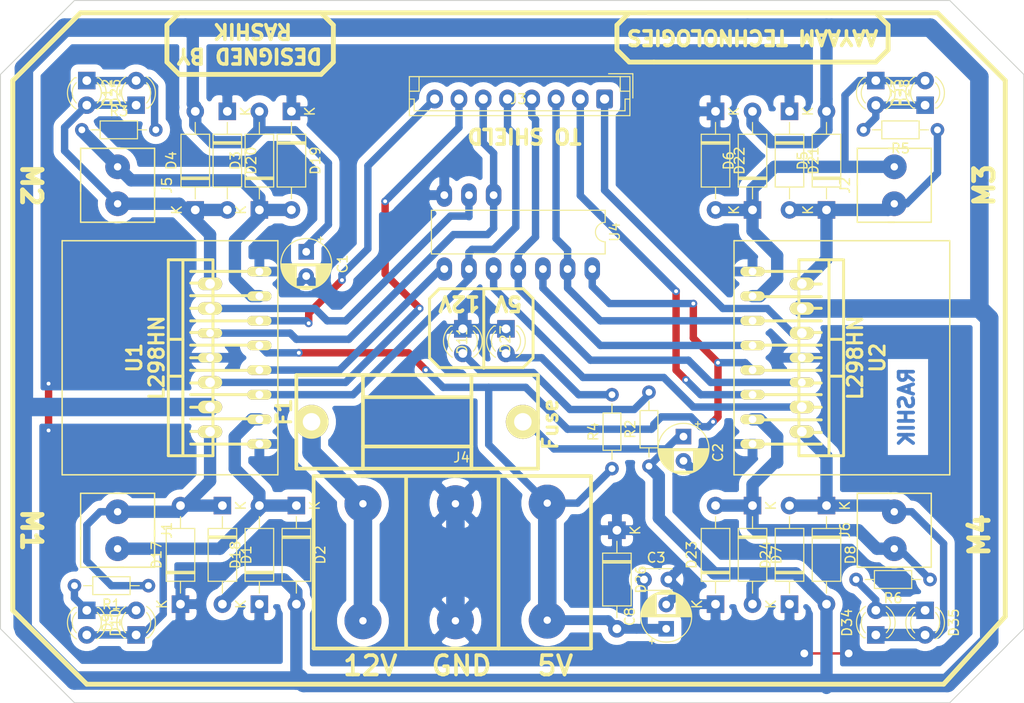
<source format=kicad_pcb>
(kicad_pcb (version 20171130) (host pcbnew 5.1.2-f72e74a~80~ubuntu18.04.1)
  (layers (0 F.Cu signal) (31 B.Cu signal) (34 B.Paste user) (35 F.Paste user) (36 B.SilkS user) (37 F.SilkS user) (38 B.Mask user) (39 F.Mask user) (44 Edge.Cuts user))
  (net 0 "")
  (net 1 +12V)
  (net 2 GND)
  (net 3 +5V)
  (net 4 "Net-(D1-Pad1)")
  (net 5 "Net-(D10-Pad2)")
  (net 6 "Net-(D19-Pad2)")
  (net 7 "Net-(D12-Pad1)")
  (net 8 "Net-(D21-Pad2)")
  (net 9 "Net-(D22-Pad2)")
  (net 10 "Net-(D23-Pad2)")
  (net 11 "Net-(D24-Pad2)")
  (net 12 "Net-(D10-Pad1)")
  (net 13 "Net-(D11-Pad2)")
  (net 14 "Net-(D12-Pad2)")
  (net 15 "Net-(D27-Pad2)")
  (net 16 "Net-(D28-Pad2)")
  (net 17 "Net-(D34-Pad2)")
  (net 18 "Net-(F1-Pad2)")
  (net 19 M2-PWM)
  (net 20 "Net-(U1-Pad7)")
  (net 21 M1-IN)
  (net 22 "Net-(U1-Pad12)")
  (net 23 M2-IN)
  (net 24 M1-PWM)
  (net 25 M3-PWM)
  (net 26 M4-IN)
  (net 27 "Net-(U2-Pad12)")
  (net 28 M3-IN)
  (net 29 "Net-(U2-Pad7)")
  (net 30 M4-PWM)
  (module rashik:Screw_Terminal_3_Pin (layer F.Cu) (at 119.38 114.935)
    (fp_text reference J4 (at 0.508 -10.668) (layer F.SilkS))
    (fp_text value "Solar Conn")
    (pad 1 thru_hole circle (at -9.652 -5.9055) (size 3.81 3.81) (drill 0.762) (layers *.Cu *.Mask) (net 18 "Net-(F1-Pad2)"))
    (pad 1 thru_hole circle (at -9.652 6.1595) (size 3.81 3.81) (drill 0.762) (layers *.Cu *.Mask) (net 18 "Net-(F1-Pad2)"))
    (pad 2 thru_hole circle (at -0.127 6.1595) (size 3.81 3.81) (drill 0.762) (layers *.Cu *.Mask) (net 2 GND))
    (pad 2 thru_hole circle (at -0.127 -5.9055) (size 3.81 3.81) (drill 0.762) (layers *.Cu *.Mask) (net 2 GND))
    (pad 3 thru_hole circle (at 9.3345 6.096) (size 3.81 3.81) (drill 0.762) (layers *.Cu *.Mask) (net 3 +5V))
    (pad 3 thru_hole circle (at 9.3345 -5.969) (size 3.81 3.81) (drill 0.762) (layers *.Cu *.Mask) (net 3 +5V))
  )
  (module Package_DIP:DIP-14_W7.62mm_LongPads (layer F.Cu) (at 133.35 77.216 270)
    (fp_text reference U4 (at 3.81 -2.33 270) (layer F.SilkS))
    (fp_text value 74HC04)
    (pad 8 thru_hole oval (at 7.62 15.24 270) (size 2.4 1.6) (drill 0.8) (layers *.Cu *.Mask) (net 20 "Net-(U1-Pad7)"))
    (pad 9 thru_hole oval (at 7.62 12.7 270) (size 2.4 1.6) (drill 0.8) (layers *.Cu *.Mask) (net 21 M1-IN))
    (pad 10 thru_hole oval (at 7.62 10.16 270) (size 2.4 1.6) (drill 0.8) (layers *.Cu *.Mask) (net 27 "Net-(U2-Pad12)"))
    (pad 11 thru_hole oval (at 7.62 7.62 270) (size 2.4 1.6) (drill 0.8) (layers *.Cu *.Mask) (net 26 M4-IN))
    (pad 5 thru_hole oval (at 0 10.16 270) (size 2.4 1.6) (drill 0.8) (layers *.Cu *.Mask) (net 23 M2-IN))
    (pad 12 thru_hole oval (at 7.62 5.08 270) (size 2.4 1.6) (drill 0.8) (layers *.Cu *.Mask) (net 29 "Net-(U2-Pad7)"))
    (pad 6 thru_hole oval (at 0 12.7 270) (size 2.4 1.6) (drill 0.8) (layers *.Cu *.Mask) (net 22 "Net-(U1-Pad12)"))
    (pad 13 thru_hole oval (at 7.62 2.54 270) (size 2.4 1.6) (drill 0.8) (layers *.Cu *.Mask) (net 28 M3-IN))
    (pad 7 thru_hole oval (at 0 15.24 270) (size 2.4 1.6) (drill 0.8) (layers *.Cu *.Mask) (net 2 GND))
    (pad 14 thru_hole oval (at 7.62 0 270) (size 2.4 1.6) (drill 0.8) (layers *.Cu *.Mask) (net 3 +5V))
  )
  (module Capacitor_THT:CP_Radial_D5.0mm_P2.50mm (layer F.Cu) (at 103.886 83.058 270)
    (fp_text reference C1 (at 1.25 -3.75 90) (layer F.SilkS))
    (fp_text value CP1)
    (pad 1 thru_hole rect (at 0 0 270) (size 1.6 1.6) (drill 0.8) (layers *.Cu *.Mask) (net 1 +12V))
    (pad 2 thru_hole circle (at 2.5 0 270) (size 1.6 1.6) (drill 0.8) (layers *.Cu *.Mask) (net 2 GND))
  )
  (module Capacitor_THT:CP_Radial_D5.0mm_P2.50mm (layer F.Cu) (at 142.748 102.108 270)
    (fp_text reference C2 (at 1.651 -3.556 90) (layer F.SilkS))
    (fp_text value CP1)
    (pad 2 thru_hole circle (at 2.5 0 270) (size 1.6 1.6) (drill 0.8) (layers *.Cu *.Mask) (net 2 GND))
    (pad 1 thru_hole rect (at 0 0 270) (size 1.6 1.6) (drill 0.8) (layers *.Cu *.Mask) (net 1 +12V))
  )
  (module Capacitor_THT:C_Disc_D3.0mm_W2.0mm_P2.50mm (layer F.Cu) (at 138.684 116.84)
    (fp_text reference C3 (at 1.25 -2.25) (layer F.SilkS))
    (fp_text value C)
    (pad 2 thru_hole circle (at 2.5 0) (size 1.6 1.6) (drill 0.8) (layers *.Cu *.Mask) (net 2 GND))
    (pad 1 thru_hole circle (at 0 0) (size 1.6 1.6) (drill 0.8) (layers *.Cu *.Mask) (net 3 +5V))
  )
  (module Capacitor_THT:CP_Radial_D5.0mm_P2.50mm (layer F.Cu) (at 140.97 121.92 90)
    (fp_text reference C8 (at 1.25 -3.75 90) (layer F.SilkS))
    (fp_text value 100uF)
    (pad 1 thru_hole rect (at 0 0 90) (size 1.6 1.6) (drill 0.8) (layers *.Cu *.Mask) (net 3 +5V))
    (pad 2 thru_hole circle (at 2.5 0 90) (size 1.6 1.6) (drill 0.8) (layers *.Cu *.Mask) (net 2 GND))
  )
  (module Diode_THT:D_A-405_P10.16mm_Horizontal (layer F.Cu) (at 95.25 109.22 270)
    (fp_text reference D1 (at 5.08 -2.47 90) (layer F.SilkS))
    (fp_text value DIODE)
    (fp_text user K (at 0 -1.9 90) (layer F.SilkS))
    (pad 1 thru_hole rect (at 0 0 270) (size 1.8 1.8) (drill 0.9) (layers *.Cu *.Mask) (net 4 "Net-(D1-Pad1)"))
    (pad 2 thru_hole oval (at 10.16 0 270) (size 1.8 1.8) (drill 0.9) (layers *.Cu *.Mask) (net 1 +12V))
  )
  (module Diode_THT:D_A-405_P10.16mm_Horizontal (layer F.Cu) (at 102.87 109.22 270)
    (fp_text reference D2 (at 5.08 -2.47 90) (layer F.SilkS))
    (fp_text value DIODE)
    (fp_text user K (at 0 -1.9 90) (layer F.SilkS))
    (pad 1 thru_hole rect (at 0 0 270) (size 1.8 1.8) (drill 0.9) (layers *.Cu *.Mask) (net 5 "Net-(D10-Pad2)"))
    (pad 2 thru_hole oval (at 10.16 0 270) (size 1.8 1.8) (drill 0.9) (layers *.Cu *.Mask) (net 1 +12V))
  )
  (module Diode_THT:D_A-405_P10.16mm_Horizontal (layer F.Cu) (at 99.06 78.74 90)
    (fp_text reference D3 (at 5.08 -2.47 90) (layer F.SilkS))
    (fp_text value DIODE)
    (fp_text user K (at 0 -1.9 90) (layer F.SilkS))
    (pad 2 thru_hole oval (at 10.16 0 90) (size 1.8 1.8) (drill 0.9) (layers *.Cu *.Mask) (net 1 +12V))
    (pad 1 thru_hole rect (at 0 0 90) (size 1.8 1.8) (drill 0.9) (layers *.Cu *.Mask) (net 6 "Net-(D19-Pad2)"))
  )
  (module Diode_THT:D_A-405_P10.16mm_Horizontal (layer F.Cu) (at 92.456 78.74 90)
    (fp_text reference D4 (at 5.08 -2.47 90) (layer F.SilkS))
    (fp_text value DIODE)
    (fp_text user K (at 0 -1.9 90) (layer F.SilkS))
    (pad 2 thru_hole oval (at 10.16 0 90) (size 1.8 1.8) (drill 0.9) (layers *.Cu *.Mask) (net 1 +12V))
    (pad 1 thru_hole rect (at 0 0 90) (size 1.8 1.8) (drill 0.9) (layers *.Cu *.Mask) (net 7 "Net-(D12-Pad1)"))
  )
  (module Diode_THT:D_A-405_P10.16mm_Horizontal (layer F.Cu) (at 157.48 78.74 90)
    (fp_text reference D5 (at 5.08 -2.47 90) (layer F.SilkS))
    (fp_text value DIODE)
    (fp_text user K (at 0 -1.9 90) (layer F.SilkS))
    (pad 1 thru_hole rect (at 0 0 90) (size 1.8 1.8) (drill 0.9) (layers *.Cu *.Mask) (net 8 "Net-(D21-Pad2)"))
    (pad 2 thru_hole oval (at 10.16 0 90) (size 1.8 1.8) (drill 0.9) (layers *.Cu *.Mask) (net 1 +12V))
  )
  (module Diode_THT:D_A-405_P10.16mm_Horizontal (layer F.Cu) (at 149.86 78.74 90)
    (fp_text reference D6 (at 5.08 -2.47 90) (layer F.SilkS))
    (fp_text value DIODE)
    (fp_text user K (at 0 -1.9 90) (layer F.SilkS))
    (pad 2 thru_hole oval (at 10.16 0 90) (size 1.8 1.8) (drill 0.9) (layers *.Cu *.Mask) (net 1 +12V))
    (pad 1 thru_hole rect (at 0 0 90) (size 1.8 1.8) (drill 0.9) (layers *.Cu *.Mask) (net 9 "Net-(D22-Pad2)"))
  )
  (module Diode_THT:D_A-405_P10.16mm_Horizontal (layer F.Cu) (at 149.86 109.22 270)
    (fp_text reference D7 (at 5.08 -2.47 90) (layer F.SilkS))
    (fp_text value DIODE)
    (fp_text user K (at 0 -1.9 90) (layer F.SilkS))
    (pad 1 thru_hole rect (at 0 0 270) (size 1.8 1.8) (drill 0.9) (layers *.Cu *.Mask) (net 10 "Net-(D23-Pad2)"))
    (pad 2 thru_hole oval (at 10.16 0 270) (size 1.8 1.8) (drill 0.9) (layers *.Cu *.Mask) (net 1 +12V))
  )
  (module Diode_THT:D_A-405_P10.16mm_Horizontal (layer F.Cu) (at 157.48 109.22 270)
    (fp_text reference D8 (at 5.08 -2.47 90) (layer F.SilkS))
    (fp_text value DIODE)
    (fp_text user K (at 0 -1.9 90) (layer F.SilkS))
    (pad 2 thru_hole oval (at 10.16 0 270) (size 1.8 1.8) (drill 0.9) (layers *.Cu *.Mask) (net 1 +12V))
    (pad 1 thru_hole rect (at 0 0 270) (size 1.8 1.8) (drill 0.9) (layers *.Cu *.Mask) (net 11 "Net-(D24-Pad2)"))
  )
  (module LED_THT:LED_D3.0mm (layer F.Cu) (at 86.36 122.555 90)
    (fp_text reference D9 (at 1.27 -2.96 90) (layer F.SilkS))
    (fp_text value LED)
    (pad 2 thru_hole circle (at 2.54 0 90) (size 1.8 1.8) (drill 0.9) (layers *.Cu *.Mask) (net 12 "Net-(D10-Pad1)"))
    (pad 1 thru_hole rect (at 0 0 90) (size 1.8 1.8) (drill 0.9) (layers *.Cu *.Mask) (net 5 "Net-(D10-Pad2)"))
  )
  (module LED_THT:LED_D3.0mm (layer F.Cu) (at 81.28 120.015 270)
    (fp_text reference D10 (at 1.27 -2.96 90) (layer F.SilkS))
    (fp_text value LED)
    (pad 1 thru_hole rect (at 0 0 270) (size 1.8 1.8) (drill 0.9) (layers *.Cu *.Mask) (net 12 "Net-(D10-Pad1)"))
    (pad 2 thru_hole circle (at 2.54 0 270) (size 1.8 1.8) (drill 0.9) (layers *.Cu *.Mask) (net 5 "Net-(D10-Pad2)"))
  )
  (module LED_THT:LED_D3.0mm (layer F.Cu) (at 120.015 90.9955 270)
    (fp_text reference D11 (at 1.2065 0.0635 90) (layer F.SilkS))
    (fp_text value 12V)
    (pad 1 thru_hole rect (at 0 0 270) (size 1.8 1.8) (drill 0.9) (layers *.Cu *.Mask) (net 2 GND))
    (pad 2 thru_hole circle (at 2.54 0 270) (size 1.8 1.8) (drill 0.9) (layers *.Cu *.Mask) (net 13 "Net-(D11-Pad2)"))
  )
  (module LED_THT:LED_D3.0mm (layer F.Cu) (at 86.36 67.945 90)
    (fp_text reference D12 (at 1.27 -2.96 90) (layer F.SilkS))
    (fp_text value LED)
    (pad 1 thru_hole rect (at 0 0 90) (size 1.8 1.8) (drill 0.9) (layers *.Cu *.Mask) (net 7 "Net-(D12-Pad1)"))
    (pad 2 thru_hole circle (at 2.54 0 90) (size 1.8 1.8) (drill 0.9) (layers *.Cu *.Mask) (net 14 "Net-(D12-Pad2)"))
  )
  (module Diode_THT:D_A-405_P10.16mm_Horizontal (layer F.Cu) (at 90.932 119.38 90)
    (fp_text reference D17 (at 5.08 -2.47 90) (layer F.SilkS))
    (fp_text value DIODE)
    (fp_text user K (at 0 -1.9 90) (layer F.SilkS))
    (pad 2 thru_hole oval (at 10.16 0 90) (size 1.8 1.8) (drill 0.9) (layers *.Cu *.Mask) (net 4 "Net-(D1-Pad1)"))
    (pad 1 thru_hole rect (at 0 0 90) (size 1.8 1.8) (drill 0.9) (layers *.Cu *.Mask) (net 2 GND))
  )
  (module Diode_THT:D_A-405_P10.16mm_Horizontal (layer F.Cu) (at 99.06 119.38 90)
    (fp_text reference D18 (at 5.08 -2.47 90) (layer F.SilkS))
    (fp_text value DIODE)
    (fp_text user K (at 0 -1.9 90) (layer F.SilkS))
    (pad 1 thru_hole rect (at 0 0 90) (size 1.8 1.8) (drill 0.9) (layers *.Cu *.Mask) (net 2 GND))
    (pad 2 thru_hole oval (at 10.16 0 90) (size 1.8 1.8) (drill 0.9) (layers *.Cu *.Mask) (net 5 "Net-(D10-Pad2)"))
  )
  (module Diode_THT:D_A-405_P10.16mm_Horizontal (layer F.Cu) (at 102.362 68.58 270)
    (fp_text reference D19 (at 5.08 -2.47 90) (layer F.SilkS))
    (fp_text value DIODE)
    (fp_text user K (at 0 -1.9 90) (layer F.SilkS))
    (pad 2 thru_hole oval (at 10.16 0 270) (size 1.8 1.8) (drill 0.9) (layers *.Cu *.Mask) (net 6 "Net-(D19-Pad2)"))
    (pad 1 thru_hole rect (at 0 0 270) (size 1.8 1.8) (drill 0.9) (layers *.Cu *.Mask) (net 2 GND))
  )
  (module Diode_THT:D_A-405_P10.16mm_Horizontal (layer F.Cu) (at 95.758 68.58 270)
    (fp_text reference D20 (at 5.08 -2.47 90) (layer F.SilkS))
    (fp_text value DIODE)
    (fp_text user K (at 0 -1.9 90) (layer F.SilkS))
    (pad 1 thru_hole rect (at 0 0 270) (size 1.8 1.8) (drill 0.9) (layers *.Cu *.Mask) (net 2 GND))
    (pad 2 thru_hole oval (at 10.16 0 270) (size 1.8 1.8) (drill 0.9) (layers *.Cu *.Mask) (net 7 "Net-(D12-Pad1)"))
  )
  (module Diode_THT:D_A-405_P10.16mm_Horizontal (layer F.Cu) (at 153.67 68.58 270)
    (fp_text reference D21 (at 5.08 -2.47 90) (layer F.SilkS))
    (fp_text value DIODE)
    (fp_text user K (at 0 -1.9 90) (layer F.SilkS))
    (pad 1 thru_hole rect (at 0 0 270) (size 1.8 1.8) (drill 0.9) (layers *.Cu *.Mask) (net 2 GND))
    (pad 2 thru_hole oval (at 10.16 0 270) (size 1.8 1.8) (drill 0.9) (layers *.Cu *.Mask) (net 8 "Net-(D21-Pad2)"))
  )
  (module Diode_THT:D_A-405_P10.16mm_Horizontal (layer F.Cu) (at 146.05 68.58 270)
    (fp_text reference D22 (at 5.08 -2.47 90) (layer F.SilkS))
    (fp_text value DIODE)
    (fp_text user K (at 0 -1.9 90) (layer F.SilkS))
    (pad 2 thru_hole oval (at 10.16 0 270) (size 1.8 1.8) (drill 0.9) (layers *.Cu *.Mask) (net 9 "Net-(D22-Pad2)"))
    (pad 1 thru_hole rect (at 0 0 270) (size 1.8 1.8) (drill 0.9) (layers *.Cu *.Mask) (net 2 GND))
  )
  (module Diode_THT:D_A-405_P10.16mm_Horizontal (layer F.Cu) (at 146.05 119.38 90)
    (fp_text reference D23 (at 5.08 -2.47 90) (layer F.SilkS))
    (fp_text value DIODE)
    (fp_text user K (at 0 -1.9 90) (layer F.SilkS))
    (pad 1 thru_hole rect (at 0 0 90) (size 1.8 1.8) (drill 0.9) (layers *.Cu *.Mask) (net 2 GND))
    (pad 2 thru_hole oval (at 10.16 0 90) (size 1.8 1.8) (drill 0.9) (layers *.Cu *.Mask) (net 10 "Net-(D23-Pad2)"))
  )
  (module Diode_THT:D_A-405_P10.16mm_Horizontal (layer F.Cu) (at 153.67 119.38 90)
    (fp_text reference D24 (at 5.08 -2.47 90) (layer F.SilkS))
    (fp_text value DIODE)
    (fp_text user K (at 0 -1.9 90) (layer F.SilkS))
    (pad 1 thru_hole rect (at 0 0 90) (size 1.8 1.8) (drill 0.9) (layers *.Cu *.Mask) (net 2 GND))
    (pad 2 thru_hole oval (at 10.16 0 90) (size 1.8 1.8) (drill 0.9) (layers *.Cu *.Mask) (net 11 "Net-(D24-Pad2)"))
  )
  (module LED_THT:LED_D3.0mm (layer F.Cu) (at 81.28 65.405 270)
    (fp_text reference D25 (at 1.27 -2.96 90) (layer F.SilkS))
    (fp_text value LED)
    (pad 2 thru_hole circle (at 2.54 0 270) (size 1.8 1.8) (drill 0.9) (layers *.Cu *.Mask) (net 7 "Net-(D12-Pad1)"))
    (pad 1 thru_hole rect (at 0 0 270) (size 1.8 1.8) (drill 0.9) (layers *.Cu *.Mask) (net 14 "Net-(D12-Pad2)"))
  )
  (module Diode_THT:D_A-405_P10.16mm_Horizontal (layer F.Cu) (at 135.89 111.76 270)
    (fp_text reference D26 (at 5.08 -2.47 90) (layer F.SilkS))
    (fp_text value DIODE)
    (fp_text user K (at 0 -1.9 90) (layer F.SilkS))
    (pad 2 thru_hole oval (at 10.16 0 270) (size 1.8 1.8) (drill 0.9) (layers *.Cu *.Mask) (net 3 +5V))
    (pad 1 thru_hole rect (at 0 0 270) (size 1.8 1.8) (drill 0.9) (layers *.Cu *.Mask) (net 2 GND))
  )
  (module LED_THT:LED_D3.0mm (layer F.Cu) (at 124.46 90.9955 270)
    (fp_text reference D27 (at 1.0795 0.0635 90) (layer F.SilkS))
    (fp_text value 5V)
    (pad 2 thru_hole circle (at 2.54 0 270) (size 1.8 1.8) (drill 0.9) (layers *.Cu *.Mask) (net 15 "Net-(D27-Pad2)"))
    (pad 1 thru_hole rect (at 0 0 270) (size 1.8 1.8) (drill 0.9) (layers *.Cu *.Mask) (net 2 GND))
  )
  (module LED_THT:LED_D3.0mm (layer F.Cu) (at 162.56 65.405 270)
    (fp_text reference D28 (at 1.27 -2.96 90) (layer F.SilkS))
    (fp_text value LED)
    (pad 2 thru_hole circle (at 2.54 0 270) (size 1.8 1.8) (drill 0.9) (layers *.Cu *.Mask) (net 16 "Net-(D28-Pad2)"))
    (pad 1 thru_hole rect (at 0 0 270) (size 1.8 1.8) (drill 0.9) (layers *.Cu *.Mask) (net 9 "Net-(D22-Pad2)"))
  )
  (module LED_THT:LED_D3.0mm (layer F.Cu) (at 167.64 67.945 90)
    (fp_text reference D33 (at 1.27 -2.96 90) (layer F.SilkS))
    (fp_text value LED)
    (pad 1 thru_hole rect (at 0 0 90) (size 1.8 1.8) (drill 0.9) (layers *.Cu *.Mask) (net 16 "Net-(D28-Pad2)"))
    (pad 2 thru_hole circle (at 2.54 0 90) (size 1.8 1.8) (drill 0.9) (layers *.Cu *.Mask) (net 9 "Net-(D22-Pad2)"))
  )
  (module LED_THT:LED_D3.0mm (layer F.Cu) (at 162.56 122.555 90)
    (fp_text reference D34 (at 1.27 -2.96 90) (layer F.SilkS))
    (fp_text value LED)
    (pad 2 thru_hole circle (at 2.54 0 90) (size 1.8 1.8) (drill 0.9) (layers *.Cu *.Mask) (net 17 "Net-(D34-Pad2)"))
    (pad 1 thru_hole rect (at 0 0 90) (size 1.8 1.8) (drill 0.9) (layers *.Cu *.Mask) (net 11 "Net-(D24-Pad2)"))
  )
  (module LED_THT:LED_D3.0mm (layer F.Cu) (at 167.64 120.015 270)
    (fp_text reference D35 (at 1.27 -2.96 90) (layer F.SilkS))
    (fp_text value LED)
    (pad 1 thru_hole rect (at 0 0 270) (size 1.8 1.8) (drill 0.9) (layers *.Cu *.Mask) (net 17 "Net-(D34-Pad2)"))
    (pad 2 thru_hole circle (at 2.54 0 270) (size 1.8 1.8) (drill 0.9) (layers *.Cu *.Mask) (net 11 "Net-(D24-Pad2)"))
  )
  (module Resistor_THT:R_Axial_DIN0204_L3.6mm_D1.6mm_P7.62mm_Horizontal (layer F.Cu) (at 87.63 117.475 180)
    (fp_text reference R1 (at 3.81 -1.92) (layer F.SilkS))
    (fp_text value R)
    (pad 2 thru_hole oval (at 7.62 0 180) (size 1.4 1.4) (drill 0.7) (layers *.Cu *.Mask) (net 12 "Net-(D10-Pad1)"))
    (pad 1 thru_hole circle (at 0 0 180) (size 1.4 1.4) (drill 0.7) (layers *.Cu *.Mask) (net 4 "Net-(D1-Pad1)"))
  )
  (module Resistor_THT:R_Axial_DIN0204_L3.6mm_D1.6mm_P7.62mm_Horizontal (layer F.Cu) (at 139.192 105.156 90)
    (fp_text reference R2 (at 3.81 -1.92 90) (layer F.SilkS))
    (fp_text value R)
    (pad 2 thru_hole oval (at 7.62 0 90) (size 1.4 1.4) (drill 0.7) (layers *.Cu *.Mask) (net 13 "Net-(D11-Pad2)"))
    (pad 1 thru_hole circle (at 0 0 90) (size 1.4 1.4) (drill 0.7) (layers *.Cu *.Mask) (net 1 +12V))
  )
  (module Resistor_THT:R_Axial_DIN0204_L3.6mm_D1.6mm_P7.62mm_Horizontal (layer F.Cu) (at 80.772 70.485)
    (fp_text reference R3 (at 3.81 -1.92) (layer F.SilkS))
    (fp_text value R)
    (pad 1 thru_hole circle (at 0 0) (size 1.4 1.4) (drill 0.7) (layers *.Cu *.Mask) (net 6 "Net-(D19-Pad2)"))
    (pad 2 thru_hole oval (at 7.62 0) (size 1.4 1.4) (drill 0.7) (layers *.Cu *.Mask) (net 14 "Net-(D12-Pad2)"))
  )
  (module Resistor_THT:R_Axial_DIN0204_L3.6mm_D1.6mm_P7.62mm_Horizontal (layer F.Cu) (at 135.382 105.41 90)
    (fp_text reference R4 (at 3.81 -1.92 90) (layer F.SilkS))
    (fp_text value R)
    (pad 1 thru_hole circle (at 0 0 90) (size 1.4 1.4) (drill 0.7) (layers *.Cu *.Mask) (net 3 +5V))
    (pad 2 thru_hole oval (at 7.62 0 90) (size 1.4 1.4) (drill 0.7) (layers *.Cu *.Mask) (net 15 "Net-(D27-Pad2)"))
  )
  (module Resistor_THT:R_Axial_DIN0204_L3.6mm_D1.6mm_P7.62mm_Horizontal (layer F.Cu) (at 168.91 70.485 180)
    (fp_text reference R5 (at 3.81 -1.92) (layer F.SilkS))
    (fp_text value R)
    (pad 1 thru_hole circle (at 0 0 180) (size 1.4 1.4) (drill 0.7) (layers *.Cu *.Mask) (net 8 "Net-(D21-Pad2)"))
    (pad 2 thru_hole oval (at 7.62 0 180) (size 1.4 1.4) (drill 0.7) (layers *.Cu *.Mask) (net 16 "Net-(D28-Pad2)"))
  )
  (module Resistor_THT:R_Axial_DIN0204_L3.6mm_D1.6mm_P7.62mm_Horizontal (layer F.Cu) (at 168.148 116.84 180)
    (fp_text reference R6 (at 3.81 -1.92) (layer F.SilkS))
    (fp_text value R)
    (pad 2 thru_hole oval (at 7.62 0 180) (size 1.4 1.4) (drill 0.7) (layers *.Cu *.Mask) (net 17 "Net-(D34-Pad2)"))
    (pad 1 thru_hole circle (at 0 0 180) (size 1.4 1.4) (drill 0.7) (layers *.Cu *.Mask) (net 10 "Net-(D23-Pad2)"))
  )
  (module w_to:TO220-15 (layer F.Cu) (at 93.98 93.98 90)
    (fp_text reference U1 (at 0 -7.8 90) (layer F.SilkS) (effects (font (size 1.5 1.5) (thickness 0.3))))
    (fp_text value L298HN (at 0 -5.5 90) (layer F.SilkS) (effects (font (size 1.5 1.5) (thickness 0.3))))
    (pad 15 thru_hole oval (at 8.89 5.08 90) (size 1 2.5) (drill 0.8) (layers *.Cu *.Mask F.SilkS) (net 2 GND))
    (pad 13 thru_hole oval (at 6.35 5.08 90) (size 1 2.5) (drill 0.8) (layers *.Cu *.Mask F.SilkS) (net 6 "Net-(D19-Pad2)"))
    (pad 11 thru_hole oval (at 3.81 5.08 90) (size 1 2.5) (drill 0.8) (layers *.Cu *.Mask F.SilkS) (net 19 M2-PWM))
    (pad 9 thru_hole oval (at 1.27 5.08 90) (size 1 2.5) (drill 0.8) (layers *.Cu *.Mask F.SilkS) (net 3 +5V))
    (pad 7 thru_hole oval (at -1.27 5.08 90) (size 1 2.5) (drill 0.8) (layers *.Cu *.Mask F.SilkS) (net 20 "Net-(U1-Pad7)"))
    (pad 5 thru_hole oval (at -3.81 5.08 90) (size 1 2.5) (drill 0.8) (layers *.Cu *.Mask F.SilkS) (net 21 M1-IN))
    (pad 14 thru_hole oval (at 7.62 0 90) (size 1.3 2.5) (drill 1) (layers *.Cu *.Mask F.SilkS) (net 7 "Net-(D12-Pad1)"))
    (pad 12 thru_hole oval (at 5.08 0 90) (size 1.3 2.5) (drill 1) (layers *.Cu *.Mask F.SilkS) (net 22 "Net-(U1-Pad12)"))
    (pad 10 thru_hole oval (at 2.54 0 90) (size 1 2.5) (drill 0.8) (layers *.Cu *.Mask F.SilkS) (net 23 M2-IN))
    (pad 8 thru_hole oval (at 0 0 90) (size 1 2.5) (drill 0.8) (layers *.Cu *.Mask F.SilkS) (net 2 GND))
    (pad 6 thru_hole oval (at -2.54 0 90) (size 1.3 2.5) (drill 1) (layers *.Cu *.Mask F.SilkS) (net 24 M1-PWM))
    (pad 4 thru_hole oval (at -5.08 0 90) (size 1.3 2.5) (drill 1) (layers *.Cu *.Mask F.SilkS) (net 1 +12V))
    (pad 3 thru_hole oval (at -6.35 5.08 90) (size 1 2.5) (drill 0.8) (layers *.Cu *.Mask F.SilkS) (net 5 "Net-(D10-Pad2)"))
    (pad 2 thru_hole oval (at -7.62 0 90) (size 1.3 2.5) (drill 1) (layers *.Cu *.Mask F.SilkS) (net 4 "Net-(D1-Pad1)"))
    (pad 1 thru_hole oval (at -8.89 5.08 90) (size 1 2.5) (drill 0.8) (layers *.Cu *.Mask F.SilkS) (net 2 GND))
  )
  (module w_to:TO220-15 (layer F.Cu) (at 154.94 93.98 270)
    (fp_text reference U2 (at 0 -7.8 90) (layer F.SilkS) (effects (font (size 1.5 1.5) (thickness 0.3))))
    (fp_text value L298HN (at 0 -5.5 90) (layer F.SilkS) (effects (font (size 1.5 1.5) (thickness 0.3))))
    (pad 1 thru_hole oval (at -8.89 5.08 270) (size 1 2.5) (drill 0.8) (layers *.Cu *.Mask F.SilkS) (net 2 GND))
    (pad 2 thru_hole oval (at -7.62 0 270) (size 1.3 2.5) (drill 1) (layers *.Cu *.Mask F.SilkS) (net 8 "Net-(D21-Pad2)"))
    (pad 3 thru_hole oval (at -6.35 5.08 270) (size 1 2.5) (drill 0.8) (layers *.Cu *.Mask F.SilkS) (net 9 "Net-(D22-Pad2)"))
    (pad 4 thru_hole oval (at -5.08 0 270) (size 1.3 2.5) (drill 1) (layers *.Cu *.Mask F.SilkS) (net 1 +12V))
    (pad 6 thru_hole oval (at -2.54 0 270) (size 1.3 2.5) (drill 1) (layers *.Cu *.Mask F.SilkS) (net 25 M3-PWM))
    (pad 8 thru_hole oval (at 0 0 270) (size 1 2.5) (drill 0.8) (layers *.Cu *.Mask F.SilkS) (net 2 GND))
    (pad 10 thru_hole oval (at 2.54 0 270) (size 1 2.5) (drill 0.8) (layers *.Cu *.Mask F.SilkS) (net 26 M4-IN))
    (pad 12 thru_hole oval (at 5.08 0 270) (size 1.3 2.5) (drill 1) (layers *.Cu *.Mask F.SilkS) (net 27 "Net-(U2-Pad12)"))
    (pad 14 thru_hole oval (at 7.62 0 270) (size 1.3 2.5) (drill 1) (layers *.Cu *.Mask F.SilkS) (net 11 "Net-(D24-Pad2)"))
    (pad 5 thru_hole oval (at -3.81 5.08 270) (size 1 2.5) (drill 0.8) (layers *.Cu *.Mask F.SilkS) (net 28 M3-IN))
    (pad 7 thru_hole oval (at -1.27 5.08 270) (size 1 2.5) (drill 0.8) (layers *.Cu *.Mask F.SilkS) (net 29 "Net-(U2-Pad7)"))
    (pad 9 thru_hole oval (at 1.27 5.08 270) (size 1 2.5) (drill 0.8) (layers *.Cu *.Mask F.SilkS) (net 3 +5V))
    (pad 11 thru_hole oval (at 3.81 5.08 270) (size 1 2.5) (drill 0.8) (layers *.Cu *.Mask F.SilkS) (net 30 M4-PWM))
    (pad 13 thru_hole oval (at 6.35 5.08 270) (size 1 2.5) (drill 0.8) (layers *.Cu *.Mask F.SilkS) (net 10 "Net-(D23-Pad2)"))
    (pad 15 thru_hole oval (at 8.89 5.08 270) (size 1 2.5) (drill 0.8) (layers *.Cu *.Mask F.SilkS) (net 2 GND))
  )
  (module Connector_JST:JST_EH_B8B-EH-A_1x08_P2.50mm_Vertical (layer F.Cu) (at 134.62 67.31 180)
    (fp_text reference J3 (at 8.89 0) (layer F.SilkS))
    (fp_text value "JST IN")
    (pad 1 thru_hole roundrect (at 0 0 180) (size 1.7 1.95) (drill 0.95) (layers *.Cu *.Mask) (roundrect_rratio 0.147059) (net 25 M3-PWM))
    (pad 2 thru_hole oval (at 2.5 0 180) (size 1.7 1.95) (drill 0.95) (layers *.Cu *.Mask) (net 30 M4-PWM))
    (pad 3 thru_hole oval (at 5 0 180) (size 1.7 1.95) (drill 0.95) (layers *.Cu *.Mask) (net 28 M3-IN))
    (pad 4 thru_hole oval (at 7.5 0 180) (size 1.7 1.95) (drill 0.95) (layers *.Cu *.Mask) (net 26 M4-IN))
    (pad 5 thru_hole oval (at 10 0 180) (size 1.7 1.95) (drill 0.95) (layers *.Cu *.Mask) (net 21 M1-IN))
    (pad 6 thru_hole oval (at 12.5 0 180) (size 1.7 1.95) (drill 0.95) (layers *.Cu *.Mask) (net 23 M2-IN))
    (pad 7 thru_hole oval (at 15 0 180) (size 1.7 1.95) (drill 0.95) (layers *.Cu *.Mask) (net 24 M1-PWM))
    (pad 8 thru_hole oval (at 17.5 0 180) (size 1.7 1.95) (drill 0.95) (layers *.Cu *.Mask) (net 19 M2-PWM))
  )
  (module rashik:motor_connector (layer F.Cu) (at 84.455 111.76 270)
    (fp_text reference J1 (at 0 -5.08 90) (layer F.SilkS))
    (fp_text value M1)
    (pad 1 thru_hole circle (at -1.905 0 270) (size 2.54 2.54) (drill 0.762) (layers *.Cu *.Mask) (net 4 "Net-(D1-Pad1)"))
    (pad 2 thru_hole circle (at 1.905 0 270) (size 2.54 2.54) (drill 0.762) (layers *.Cu *.Mask) (net 5 "Net-(D10-Pad2)"))
  )
  (module rashik:motor_connector (layer F.Cu) (at 164.465 76.2 90)
    (fp_text reference J2 (at 0 -5.08 90) (layer F.SilkS))
    (fp_text value M3)
    (pad 1 thru_hole circle (at -1.905 0 90) (size 2.54 2.54) (drill 0.762) (layers *.Cu *.Mask) (net 8 "Net-(D21-Pad2)"))
    (pad 2 thru_hole circle (at 1.905 0 90) (size 2.54 2.54) (drill 0.762) (layers *.Cu *.Mask) (net 9 "Net-(D22-Pad2)"))
  )
  (module rashik:motor_connector (layer F.Cu) (at 84.455 76.2 270)
    (fp_text reference J5 (at 0 -5.08 90) (layer F.SilkS))
    (fp_text value M2)
    (pad 2 thru_hole circle (at 1.905 0 270) (size 2.54 2.54) (drill 0.762) (layers *.Cu *.Mask) (net 7 "Net-(D12-Pad1)"))
    (pad 1 thru_hole circle (at -1.905 0 270) (size 2.54 2.54) (drill 0.762) (layers *.Cu *.Mask) (net 6 "Net-(D19-Pad2)"))
  )
  (module rashik:motor_connector (layer F.Cu) (at 164.465 111.76 90)
    (fp_text reference J6 (at 0 -5.08 90) (layer F.SilkS))
    (fp_text value M4)
    (pad 2 thru_hole circle (at 1.905 0 90) (size 2.54 2.54) (drill 0.762) (layers *.Cu *.Mask) (net 11 "Net-(D24-Pad2)"))
    (pad 1 thru_hole circle (at -1.905 0 90) (size 2.54 2.54) (drill 0.762) (layers *.Cu *.Mask) (net 10 "Net-(D23-Pad2)"))
  )
  (module rashik:fuse_holder (layer F.Cu) (at 115.316 100.584 270)
    (fp_text reference F1 (at -1.016 13.716 90) (layer F.SilkS) (effects (font (size 1.524 1.524) (thickness 0.3048))))
    (fp_text value Fuse (at 0.254 -13.716 90) (layer F.SilkS) (effects (font (size 1.524 1.524) (thickness 0.3048))))
    (pad 1 thru_hole circle (at 0 -10.8839 270) (size 3.50012 3.50012) (drill 1.80086) (layers *.Cu *.Mask F.SilkS) (net 1 +12V))
    (pad 2 thru_hole circle (at 0 10.8839 270) (size 3.50012 3.50012) (drill 1.80086) (layers *.Cu *.Mask F.SilkS) (net 18 "Net-(F1-Pad2)"))
  )
  (gr_text 5V (at 129.54 125.73) (layer F.SilkS) (effects (font (size 2 2) (thickness 0.375))))
  (gr_line (start 135.89 59.69) (end 137.16 58.42) (layer F.SilkS) (width 0.5))
  (gr_line (start 135.89 62.23) (end 135.89 59.69) (layer F.SilkS) (width 0.5))
  (gr_line (start 137.16 63.5) (end 135.89 62.23) (layer F.SilkS) (width 0.5))
  (gr_line (start 139.7 63.5) (end 137.16 63.5) (layer F.SilkS) (width 0.5))
  (gr_text RASHIK (at 165.735 99.06 90) (layer B.Cu) (effects (font (size 1.5 1.5) (thickness 0.375)) (justify mirror)))
  (gr_text "TO SHIELD" (at 126.365 71.12 180) (layer F.SilkS) (effects (font (size 1.5 1.5) (thickness 0.375))))
  (gr_line (start 162.56 58.42) (end 139.065 58.42) (layer F.SilkS) (width 0.5))
  (gr_line (start 163.83 59.69) (end 162.56 58.42) (layer F.SilkS) (width 0.5))
  (gr_line (start 163.83 62.23) (end 163.83 59.69) (layer F.SilkS) (width 0.5))
  (gr_line (start 162.56 63.5) (end 163.83 62.23) (layer F.SilkS) (width 0.5))
  (gr_line (start 139.7 63.5) (end 162.56 63.5) (layer F.SilkS) (width 0.5))
  (gr_line (start 106.68 59.69) (end 106.68 63.5) (layer F.SilkS) (width 0.5))
  (gr_line (start 105.41 58.42) (end 106.68 59.69) (layer F.SilkS) (width 0.5))
  (gr_line (start 90.805 58.42) (end 105.41 58.42) (layer F.SilkS) (width 0.5))
  (gr_line (start 89.535 59.69) (end 90.805 58.42) (layer F.SilkS) (width 0.5))
  (gr_line (start 89.535 60.325) (end 89.535 59.69) (layer F.SilkS) (width 0.5))
  (gr_line (start 89.535 63.5) (end 89.535 60.325) (layer F.SilkS) (width 0.5))
  (gr_line (start 90.805 64.77) (end 89.535 63.5) (layer F.SilkS) (width 0.5))
  (gr_line (start 105.41 64.77) (end 90.805 64.77) (layer F.SilkS) (width 0.5))
  (gr_line (start 106.68 63.5) (end 105.41 64.77) (layer F.SilkS) (width 0.5))
  (gr_line (start 73.66 120.015) (end 73.66 65.405) (layer F.SilkS) (width 0.5))
  (gr_line (start 74.295 120.65) (end 73.66 120.015) (layer F.SilkS) (width 0.5))
  (gr_line (start 74.93 121.285) (end 74.295 120.65) (layer F.SilkS) (width 0.5))
  (gr_line (start 81.28 127.635) (end 74.93 121.285) (layer F.SilkS) (width 0.5))
  (gr_line (start 169.545 127.635) (end 81.28 127.635) (layer F.SilkS) (width 0.5))
  (gr_line (start 175.895 120.65) (end 169.545 127.635) (layer F.SilkS) (width 0.5))
  (gr_line (start 175.895 65.405) (end 175.895 120.65) (layer F.SilkS) (width 0.5))
  (gr_line (start 168.91 58.42) (end 175.895 65.405) (layer F.SilkS) (width 0.5))
  (gr_line (start 80.645 58.42) (end 168.91 58.42) (layer F.SilkS) (width 0.5))
  (gr_line (start 73.66 65.405) (end 80.645 58.42) (layer F.SilkS) (width 0.5))
  (gr_text "AAYAAM TECHNOLOGIES" (at 149.86 60.96 180) (layer F.SilkS) (effects (font (size 1.5 1.5) (thickness 0.375))))
  (gr_text "DESIGNED BY" (at 98.044 62.865 180) (layer F.SilkS) (effects (font (size 1.5 1.5) (thickness 0.375))))
  (gr_text RASHIK (at 98.3615 60.325 180) (layer F.SilkS) (effects (font (size 1.5 1.5) (thickness 0.375))))
  (gr_text GND (at 119.888 125.73) (layer F.SilkS) (effects (font (size 2 2) (thickness 0.375))))
  (gr_text 12V (at 110.49 125.73) (layer F.SilkS) (effects (font (size 2 2) (thickness 0.375))))
  (gr_line (start 122.174 95.0595) (end 122.174 86.868) (layer F.SilkS) (width 0.3))
  (gr_line (start 116.586 87.884) (end 117.602 86.868) (layer F.SilkS) (width 0.3))
  (gr_line (start 116.586 93.98) (end 116.586 87.884) (layer F.SilkS) (width 0.3))
  (gr_line (start 117.602 94.996) (end 116.586 93.98) (layer F.SilkS) (width 0.3))
  (gr_line (start 126.238 94.996) (end 117.602 94.996) (layer F.SilkS) (width 0.3))
  (gr_line (start 127.254 93.98) (end 126.238 94.996) (layer F.SilkS) (width 0.3))
  (gr_line (start 127.254 87.884) (end 127.254 93.98) (layer F.SilkS) (width 0.3))
  (gr_line (start 126.238 86.868) (end 127.254 87.884) (layer F.SilkS) (width 0.3))
  (gr_line (start 117.602 86.868) (end 126.238 86.868) (layer F.SilkS) (width 0.3))
  (gr_text M4 (at 173.228 112.268 90) (layer F.SilkS) (effects (font (size 2 2) (thickness 0.5))))
  (gr_text M3 (at 173.736 76.2 90) (layer F.SilkS) (effects (font (size 2 2) (thickness 0.5))))
  (gr_text M2 (at 75.565 76.2 270) (layer F.SilkS) (effects (font (size 2 2) (thickness 0.5))))
  (gr_text M1 (at 75.565 111.76 270) (layer F.SilkS) (effects (font (size 2 2) (thickness 0.5))))
  (gr_text 12V (at 119.634 88.392 180) (layer F.SilkS) (effects (font (size 1.5 1.5) (thickness 0.375))))
  (gr_text 5V (at 124.714 88.392 180) (layer F.SilkS) (effects (font (size 1.5 1.5) (thickness 0.375))))
  (gr_line (start 80.01 129.54) (end 170.18 129.54) (layer Edge.Cuts) (width 0.1))
  (gr_line (start 72.39 121.92) (end 80.01 129.54) (layer Edge.Cuts) (width 0.1))
  (gr_line (start 72.39 64.77) (end 72.39 121.92) (layer Edge.Cuts) (width 0.1))
  (gr_line (start 80.01 57.15) (end 72.39 64.77) (layer Edge.Cuts) (width 0.1))
  (gr_line (start 170.18 57.15) (end 80.01 57.15) (layer Edge.Cuts) (width 0.1))
  (gr_line (start 177.8 64.77) (end 170.18 57.15) (layer Edge.Cuts) (width 0.1))
  (gr_line (start 177.8 121.92) (end 177.8 64.77) (layer Edge.Cuts) (width 0.1))
  (gr_line (start 170.18 129.54) (end 177.8 121.92) (layer Edge.Cuts) (width 0.1))
  (segment (start 99.06 70.485) (end 99.06 68.58) (width 1.27) (layer B.Cu) (net 1))
  (segment (start 157.48 70.485) (end 157.48 68.58) (width 1.27) (layer B.Cu) (net 1))
  (segment (start 156.21 71.755) (end 157.48 70.485) (width 1.27) (layer B.Cu) (net 1))
  (segment (start 151.762208 71.755) (end 156.21 71.755) (width 1.27) (layer B.Cu) (net 1))
  (segment (start 149.86 68.58) (end 149.86 69.852792) (width 1.27) (layer B.Cu) (net 1))
  (segment (start 149.86 69.852792) (end 151.762208 71.755) (width 1.27) (layer B.Cu) (net 1))
  (segment (start 102.87 119.38) (end 102.87 126.746) (width 1.27) (layer B.Cu) (net 1))
  (segment (start 102.87 126.746) (end 103.124 127) (width 1.27) (layer B.Cu) (net 1))
  (segment (start 173.228 88.9) (end 154.94 88.9) (width 1.905) (layer B.Cu) (net 1))
  (segment (start 173.228 65.024) (end 173.228 88.9) (width 1.905) (layer B.Cu) (net 1))
  (segment (start 168.148 59.944) (end 173.228 65.024) (width 1.905) (layer B.Cu) (net 1))
  (segment (start 157.988 59.944) (end 168.148 59.944) (width 1.905) (layer B.Cu) (net 1))
  (segment (start 157.48 67.307208) (end 157.48 59.944) (width 1.27) (layer B.Cu) (net 1))
  (segment (start 157.48 68.58) (end 157.48 67.307208) (width 1.27) (layer B.Cu) (net 1))
  (segment (start 157.48 59.944) (end 157.988 59.944) (width 1.905) (layer B.Cu) (net 1))
  (segment (start 151.13 116.205) (end 154.305 116.205) (width 1.27) (layer B.Cu) (net 1))
  (segment (start 149.86 119.38) (end 149.86 117.475) (width 1.27) (layer B.Cu) (net 1))
  (segment (start 155.956 117.856) (end 157.48 119.38) (width 1.27) (layer B.Cu) (net 1))
  (segment (start 154.305 116.205) (end 155.956 117.856) (width 1.27) (layer B.Cu) (net 1))
  (segment (start 149.86 117.475) (end 151.13 116.205) (width 1.27) (layer B.Cu) (net 1))
  (segment (start 102.87 118.11) (end 102.87 119.38) (width 1.27) (layer B.Cu) (net 1))
  (segment (start 101.6 116.84) (end 102.87 118.11) (width 1.27) (layer B.Cu) (net 1))
  (segment (start 97.663 116.84) (end 101.6 116.84) (width 1.27) (layer B.Cu) (net 1))
  (segment (start 95.25 119.38) (end 95.25 119.253) (width 1.27) (layer B.Cu) (net 1))
  (segment (start 95.25 119.253) (end 97.663 116.84) (width 1.27) (layer B.Cu) (net 1))
  (segment (start 74.676 121.666) (end 74.676 98.679) (width 1.905) (layer B.Cu) (net 1))
  (segment (start 75.057 99.06) (end 74.676 98.679) (width 1.905) (layer B.Cu) (net 1))
  (segment (start 93.98 99.06) (end 75.057 99.06) (width 1.905) (layer B.Cu) (net 1))
  (segment (start 149.352 59.944) (end 157.48 59.944) (width 1.905) (layer B.Cu) (net 1))
  (segment (start 91.44 59.944) (end 149.352 59.944) (width 1.905) (layer B.Cu) (net 1))
  (segment (start 145.923 116.205) (end 151.13 116.205) (width 1.27) (layer B.Cu) (net 1))
  (segment (start 140.208 110.49) (end 145.923 116.205) (width 1.27) (layer B.Cu) (net 1))
  (segment (start 139.192 105.156) (end 140.208 106.172) (width 1.27) (layer B.Cu) (net 1))
  (segment (start 140.208 106.172) (end 140.208 110.49) (width 1.27) (layer B.Cu) (net 1))
  (segment (start 78.994 59.944) (end 91.44 59.944) (width 1.905) (layer B.Cu) (net 1))
  (segment (start 74.803 98.806) (end 74.803 64.135) (width 1.905) (layer B.Cu) (net 1))
  (segment (start 74.803 64.135) (end 78.994 59.944) (width 1.905) (layer B.Cu) (net 1))
  (segment (start 92.202 60.706) (end 91.44 59.944) (width 1.27) (layer B.Cu) (net 1))
  (segment (start 97.79 71.755) (end 94.234 71.755) (width 1.27) (layer B.Cu) (net 1))
  (segment (start 99.06 70.485) (end 97.79 71.755) (width 1.27) (layer B.Cu) (net 1))
  (segment (start 94.234 71.755) (end 92.456 69.977) (width 1.27) (layer B.Cu) (net 1))
  (segment (start 92.456 69.977) (end 92.456 68.072) (width 1.27) (layer B.Cu) (net 1))
  (segment (start 92.456 68.072) (end 92.202 67.818) (width 1.27) (layer B.Cu) (net 1))
  (segment (start 92.202 67.818) (end 92.202 60.706) (width 1.27) (layer B.Cu) (net 1))
  (segment (start 103.886 82.55) (end 103.886 83.058) (width 0.762) (layer B.Cu) (net 1))
  (segment (start 106.172 73.914) (end 106.172 80.264) (width 0.762) (layer B.Cu) (net 1))
  (segment (start 99.06 70.485) (end 102.743 70.485) (width 0.762) (layer B.Cu) (net 1))
  (segment (start 106.172 80.264) (end 103.886 82.55) (width 0.762) (layer B.Cu) (net 1))
  (segment (start 102.743 70.485) (end 106.172 73.914) (width 0.762) (layer B.Cu) (net 1))
  (segment (start 157.48 119.38) (end 157.48 128.016) (width 1.27) (layer B.Cu) (net 1))
  (segment (start 80.01 127.254) (end 74.803 122.047) (width 1.905) (layer B.Cu) (net 1))
  (segment (start 103.124 127) (end 102.87 127.254) (width 1.905) (layer B.Cu) (net 1))
  (segment (start 102.87 127.254) (end 80.01 127.254) (width 1.905) (layer B.Cu) (net 1))
  (segment (start 174.244 123.19) (end 174.244 89.916) (width 1.905) (layer B.Cu) (net 1))
  (segment (start 169.926 127.508) (end 174.244 123.19) (width 1.905) (layer B.Cu) (net 1))
  (segment (start 103.124 127) (end 103.632 127.508) (width 1.905) (layer B.Cu) (net 1))
  (segment (start 174.244 89.916) (end 173.228 88.9) (width 1.905) (layer B.Cu) (net 1))
  (segment (start 103.632 127.508) (end 169.926 127.508) (width 1.905) (layer B.Cu) (net 1))
  (segment (start 129.413 103.378) (end 126.365 100.33) (width 0.762) (layer B.Cu) (net 1))
  (segment (start 140.97 103.378) (end 129.413 103.378) (width 0.762) (layer B.Cu) (net 1))
  (segment (start 142.748 102.108) (end 142.24 102.108) (width 0.762) (layer B.Cu) (net 1))
  (segment (start 142.24 102.108) (end 140.97 103.378) (width 0.762) (layer B.Cu) (net 1))
  (segment (start 139.192 105.156) (end 140.97 103.378) (width 0.762) (layer B.Cu) (net 1))
  (via (at 77.343 101.473) (size 0.8) (drill 0.4) (layers F.Cu B.Cu) (net 2))
  (via (at 77.343 96.647) (size 0.8) (drill 0.4) (layers F.Cu B.Cu) (net 2))
  (segment (start 77.343 96.647) (end 77.343 101.473) (width 0.762) (layer F.Cu) (net 2))
  (segment (start 119.253 109.0295) (end 119.253 121.0945) (width 1.905) (layer B.Cu) (net 2))
  (via (at 155.194 124.46) (size 1.5) (drill 0.8) (layers F.Cu B.Cu) (net 2))
  (via (at 159.766 124.46) (size 1.5) (drill 0.8) (layers F.Cu B.Cu) (net 2))
  (segment (start 155.194 124.46) (end 159.766 124.46) (width 0.25) (layer F.Cu) (net 2))
  (via (at 143.764 88.392) (size 0.8) (drill 0.4) (layers F.Cu B.Cu) (net 3))
  (via (at 146.304 94.488) (size 0.8) (drill 0.4) (layers F.Cu B.Cu) (net 3))
  (segment (start 143.764 88.392) (end 143.764 91.948) (width 0.762) (layer F.Cu) (net 3))
  (segment (start 143.764 91.948) (end 146.304 94.488) (width 0.762) (layer F.Cu) (net 3))
  (segment (start 149.098 94.488) (end 149.86 95.25) (width 0.762) (layer B.Cu) (net 3))
  (segment (start 146.304 94.488) (end 149.098 94.488) (width 0.762) (layer B.Cu) (net 3))
  (via (at 103.124 93.472) (size 0.8) (drill 0.4) (layers F.Cu B.Cu) (net 3))
  (segment (start 99.06 92.71) (end 99.822 93.472) (width 0.762) (layer B.Cu) (net 3))
  (segment (start 99.822 93.472) (end 103.124 93.472) (width 0.762) (layer B.Cu) (net 3))
  (segment (start 133.35 84.836) (end 133.35 86.614) (width 0.762) (layer B.Cu) (net 3))
  (segment (start 135.128 88.392) (end 143.764 88.392) (width 0.762) (layer B.Cu) (net 3))
  (segment (start 133.35 86.614) (end 135.128 88.392) (width 0.762) (layer B.Cu) (net 3))
  (via (at 145.796 100.584) (size 0.8) (drill 0.4) (layers F.Cu B.Cu) (net 3))
  (segment (start 146.304 94.488) (end 146.304 100.076) (width 0.762) (layer F.Cu) (net 3))
  (segment (start 146.304 100.076) (end 145.796 100.584) (width 0.762) (layer F.Cu) (net 3))
  (segment (start 135.001 121.031) (end 135.89 121.92) (width 1.016) (layer B.Cu) (net 3))
  (segment (start 128.7145 121.031) (end 135.001 121.031) (width 1.016) (layer B.Cu) (net 3))
  (segment (start 103.124 93.472) (end 113.792 93.472) (width 0.762) (layer F.Cu) (net 3))
  (via (at 116.205 95.250002) (size 0.8) (drill 0.4) (layers F.Cu B.Cu) (net 3))
  (segment (start 114.426998 93.472) (end 115.805001 94.850003) (width 0.762) (layer F.Cu) (net 3))
  (segment (start 113.792 93.472) (end 114.426998 93.472) (width 0.762) (layer F.Cu) (net 3))
  (segment (start 117.982998 97.028) (end 116.604999 95.650001) (width 0.762) (layer B.Cu) (net 3))
  (segment (start 116.604999 95.650001) (end 116.205 95.250002) (width 0.762) (layer B.Cu) (net 3))
  (segment (start 115.805001 94.850003) (end 116.205 95.250002) (width 0.762) (layer F.Cu) (net 3))
  (segment (start 131.826 108.966) (end 135.382 105.41) (width 0.762) (layer B.Cu) (net 3))
  (segment (start 128.7145 108.966) (end 131.826 108.966) (width 0.762) (layer B.Cu) (net 3))
  (segment (start 122.682 102.9335) (end 128.7145 108.966) (width 0.762) (layer B.Cu) (net 3))
  (segment (start 122.682 97.028) (end 122.682 102.9335) (width 0.762) (layer B.Cu) (net 3))
  (segment (start 122.682 97.028) (end 117.982998 97.028) (width 0.762) (layer B.Cu) (net 3))
  (segment (start 128.7145 108.966) (end 128.7145 121.031) (width 1.905) (layer B.Cu) (net 3))
  (segment (start 137.922 121.92) (end 135.89 121.92) (width 1.016) (layer B.Cu) (net 3))
  (segment (start 138.684 116.84) (end 138.684 117.97137) (width 0.762) (layer B.Cu) (net 3))
  (segment (start 140.97 121.92) (end 138.684 121.92) (width 1.016) (layer B.Cu) (net 3))
  (segment (start 138.684 117.97137) (end 138.684 121.92) (width 0.762) (layer B.Cu) (net 3))
  (segment (start 138.684 121.92) (end 137.922 121.92) (width 1.016) (layer B.Cu) (net 3))
  (segment (start 126.492 97.028) (end 122.682 97.028) (width 0.762) (layer B.Cu) (net 3))
  (segment (start 130.81 101.346) (end 126.492 97.028) (width 0.762) (layer B.Cu) (net 3))
  (segment (start 139.446 101.346) (end 130.81 101.346) (width 0.762) (layer B.Cu) (net 3))
  (segment (start 139.7 101.092) (end 139.446 101.346) (width 0.762) (layer B.Cu) (net 3))
  (segment (start 145.288 101.092) (end 144.526 101.092) (width 0.762) (layer B.Cu) (net 3))
  (segment (start 144.526 101.092) (end 143.51 100.076) (width 0.762) (layer B.Cu) (net 3))
  (segment (start 145.796 100.584) (end 145.288 101.092) (width 0.762) (layer B.Cu) (net 3))
  (segment (start 143.51 100.076) (end 140.462 100.076) (width 0.762) (layer B.Cu) (net 3))
  (segment (start 140.462 100.076) (end 139.7 100.838) (width 0.762) (layer B.Cu) (net 3))
  (segment (start 139.7 100.838) (end 139.7 101.092) (width 0.762) (layer B.Cu) (net 3))
  (segment (start 82.658949 109.855) (end 81.28 111.233949) (width 0.762) (layer B.Cu) (net 4))
  (segment (start 84.455 109.855) (end 82.658949 109.855) (width 0.762) (layer B.Cu) (net 4))
  (segment (start 81.28 111.233949) (end 81.28 114.935) (width 0.762) (layer B.Cu) (net 4))
  (segment (start 83.82 117.475) (end 87.63 117.475) (width 0.762) (layer B.Cu) (net 4))
  (segment (start 81.28 114.935) (end 83.82 117.475) (width 0.762) (layer B.Cu) (net 4))
  (segment (start 91.44 109.22) (end 95.25 109.22) (width 1.27) (layer B.Cu) (net 4))
  (segment (start 93.98 106.68) (end 91.44 109.22) (width 1.27) (layer B.Cu) (net 4))
  (segment (start 93.98 101.6) (end 93.98 106.68) (width 1.27) (layer B.Cu) (net 4))
  (segment (start 90.805 109.855) (end 91.44 109.22) (width 1.27) (layer B.Cu) (net 4))
  (segment (start 84.455 109.855) (end 90.805 109.855) (width 1.27) (layer B.Cu) (net 4))
  (segment (start 86.36 122.555) (end 81.28 122.555) (width 0.762) (layer B.Cu) (net 5))
  (segment (start 99.06 109.22) (end 102.87 109.22) (width 1.27) (layer B.Cu) (net 5))
  (segment (start 84.455 113.665) (end 89.535 113.665) (width 1.27) (layer B.Cu) (net 5))
  (segment (start 99.06 107.95) (end 99.06 109.22) (width 1.27) (layer B.Cu) (net 5))
  (segment (start 99.06 100.33) (end 98.31 100.33) (width 1.27) (layer B.Cu) (net 5))
  (segment (start 96.52 105.41) (end 99.06 107.95) (width 1.27) (layer B.Cu) (net 5))
  (segment (start 96.52 102.12) (end 96.52 105.41) (width 1.27) (layer B.Cu) (net 5))
  (segment (start 98.31 100.33) (end 96.52 102.12) (width 1.27) (layer B.Cu) (net 5))
  (segment (start 99.06 109.601) (end 99.06 109.22) (width 1.27) (layer B.Cu) (net 5))
  (segment (start 89.535 113.665) (end 94.996 113.665) (width 1.27) (layer B.Cu) (net 5))
  (segment (start 94.996 113.665) (end 99.06 109.601) (width 1.27) (layer B.Cu) (net 5))
  (segment (start 86.995 122.555) (end 86.36 122.555) (width 0.762) (layer B.Cu) (net 5))
  (segment (start 89.154 120.396) (end 86.995 122.555) (width 0.762) (layer B.Cu) (net 5))
  (segment (start 89.535 113.665) (end 89.154 114.046) (width 0.762) (layer B.Cu) (net 5))
  (segment (start 89.154 114.046) (end 89.154 120.396) (width 0.762) (layer B.Cu) (net 5))
  (segment (start 98.31 87.63) (end 99.06 87.63) (width 1.27) (layer B.Cu) (net 6))
  (segment (start 96.54 85.86) (end 98.31 87.63) (width 1.27) (layer B.Cu) (net 6))
  (segment (start 96.54 81.895) (end 96.54 85.86) (width 1.27) (layer B.Cu) (net 6))
  (segment (start 99.06 78.74) (end 99.06 79.375) (width 1.27) (layer B.Cu) (net 6))
  (segment (start 99.06 79.375) (end 96.54 81.895) (width 1.27) (layer B.Cu) (net 6))
  (segment (start 97.282 75.692) (end 99.06 77.47) (width 1.27) (layer B.Cu) (net 6))
  (segment (start 99.06 77.47) (end 99.06 78.74) (width 1.27) (layer B.Cu) (net 6))
  (segment (start 84.455 74.295) (end 85.852 75.692) (width 1.27) (layer B.Cu) (net 6))
  (segment (start 85.852 75.692) (end 97.282 75.692) (width 1.27) (layer B.Cu) (net 6))
  (segment (start 80.772 70.612) (end 84.455 74.295) (width 1.27) (layer B.Cu) (net 6))
  (segment (start 80.772 70.485) (end 80.772 70.612) (width 1.27) (layer B.Cu) (net 6))
  (segment (start 99.06 78.74) (end 102.362 78.74) (width 1.27) (layer B.Cu) (net 6))
  (segment (start 91.44 78.74) (end 95.25 78.74) (width 1.27) (layer B.Cu) (net 7))
  (segment (start 93.98 81.28) (end 93.98 86.36) (width 1.27) (layer B.Cu) (net 7))
  (segment (start 91.44 78.74) (end 93.98 81.28) (width 1.27) (layer B.Cu) (net 7))
  (segment (start 90.805 78.105) (end 91.44 78.74) (width 1.27) (layer B.Cu) (net 7))
  (segment (start 84.455 78.105) (end 90.805 78.105) (width 1.27) (layer B.Cu) (net 7))
  (segment (start 86.36 67.945) (end 81.28 67.945) (width 0.762) (layer B.Cu) (net 7))
  (segment (start 83.185001 76.835001) (end 84.455 78.105) (width 0.762) (layer B.Cu) (net 7))
  (segment (start 78.994 72.644) (end 83.185001 76.835001) (width 0.762) (layer B.Cu) (net 7))
  (segment (start 81.28 67.945) (end 78.994 70.231) (width 0.762) (layer B.Cu) (net 7))
  (segment (start 78.994 70.231) (end 78.994 72.644) (width 0.762) (layer B.Cu) (net 7))
  (segment (start 153.67 78.74) (end 157.48 78.74) (width 1.27) (layer B.Cu) (net 8))
  (segment (start 157.48 83.82) (end 154.94 86.36) (width 1.27) (layer B.Cu) (net 8))
  (segment (start 157.48 78.74) (end 157.48 83.82) (width 1.27) (layer B.Cu) (net 8))
  (segment (start 163.83 78.74) (end 164.465 78.105) (width 1.27) (layer B.Cu) (net 8))
  (segment (start 157.48 78.74) (end 163.83 78.74) (width 1.27) (layer B.Cu) (net 8))
  (segment (start 165.735 78.105) (end 164.465 78.105) (width 0.762) (layer B.Cu) (net 8))
  (segment (start 168.91 70.485) (end 168.91 74.93) (width 0.762) (layer B.Cu) (net 8))
  (segment (start 168.91 74.93) (end 165.735 78.105) (width 0.762) (layer B.Cu) (net 8))
  (segment (start 146.05 78.74) (end 149.86 78.74) (width 1.27) (layer B.Cu) (net 9))
  (segment (start 162.56 65.405) (end 167.64 65.405) (width 0.762) (layer B.Cu) (net 9))
  (segment (start 149.86 76.57) (end 149.86 78.74) (width 1.27) (layer B.Cu) (net 9))
  (segment (start 152.135 74.295) (end 149.86 76.57) (width 1.27) (layer B.Cu) (net 9))
  (segment (start 164.465 74.295) (end 159.385 74.295) (width 1.27) (layer B.Cu) (net 9))
  (segment (start 159.385 74.295) (end 152.135 74.295) (width 1.27) (layer B.Cu) (net 9))
  (segment (start 159.385 66.918) (end 159.385 74.295) (width 0.762) (layer B.Cu) (net 9))
  (segment (start 162.56 65.405) (end 160.898 65.405) (width 0.762) (layer B.Cu) (net 9))
  (segment (start 160.898 65.405) (end 159.385 66.918) (width 0.762) (layer B.Cu) (net 9))
  (segment (start 152.4 83.45) (end 152.4 85.832) (width 1.27) (layer B.Cu) (net 9))
  (segment (start 152.4 85.832) (end 150.602 87.63) (width 1.27) (layer B.Cu) (net 9))
  (segment (start 149.86 78.74) (end 149.86 80.91) (width 1.27) (layer B.Cu) (net 9))
  (segment (start 150.602 87.63) (end 149.86 87.63) (width 1.27) (layer B.Cu) (net 9))
  (segment (start 149.86 80.91) (end 152.4 83.45) (width 1.27) (layer B.Cu) (net 9))
  (segment (start 146.05 109.22) (end 149.86 109.22) (width 1.27) (layer B.Cu) (net 10))
  (segment (start 150.61 100.33) (end 152.4 102.12) (width 1.27) (layer B.Cu) (net 10))
  (segment (start 149.86 100.33) (end 150.61 100.33) (width 1.27) (layer B.Cu) (net 10))
  (segment (start 152.4 102.12) (end 152.4 104.775) (width 1.27) (layer B.Cu) (net 10))
  (segment (start 149.86 107.05) (end 149.86 109.22) (width 1.27) (layer B.Cu) (net 10))
  (segment (start 152.135 104.775) (end 149.86 107.05) (width 1.27) (layer B.Cu) (net 10))
  (segment (start 152.4 104.775) (end 152.135 104.775) (width 1.27) (layer B.Cu) (net 10))
  (segment (start 160.763949 111.76) (end 162.668949 113.665) (width 1.27) (layer B.Cu) (net 10))
  (segment (start 150.23 111.76) (end 160.763949 111.76) (width 1.27) (layer B.Cu) (net 10))
  (segment (start 162.668949 113.665) (end 164.465 113.665) (width 1.27) (layer B.Cu) (net 10))
  (segment (start 149.86 109.22) (end 149.86 111.39) (width 1.27) (layer B.Cu) (net 10))
  (segment (start 149.86 111.39) (end 150.23 111.76) (width 1.27) (layer B.Cu) (net 10))
  (segment (start 164.973 113.665) (end 168.148 116.84) (width 0.762) (layer B.Cu) (net 10))
  (segment (start 164.465 113.665) (end 164.973 113.665) (width 0.762) (layer B.Cu) (net 10))
  (segment (start 153.67 109.22) (end 157.48 109.22) (width 1.27) (layer B.Cu) (net 11))
  (segment (start 163.83 109.22) (end 164.465 109.855) (width 1.27) (layer B.Cu) (net 11))
  (segment (start 157.48 109.22) (end 163.83 109.22) (width 1.27) (layer B.Cu) (net 11))
  (segment (start 157.48 104.14) (end 157.48 109.22) (width 1.27) (layer B.Cu) (net 11))
  (segment (start 154.94 101.6) (end 157.48 104.14) (width 1.27) (layer B.Cu) (net 11))
  (segment (start 166.261051 109.855) (end 169.545 113.138949) (width 0.762) (layer B.Cu) (net 11))
  (segment (start 164.465 109.855) (end 166.261051 109.855) (width 0.762) (layer B.Cu) (net 11))
  (segment (start 169.545 121.922792) (end 168.912792 122.555) (width 0.762) (layer B.Cu) (net 11))
  (segment (start 168.912792 122.555) (end 167.64 122.555) (width 0.762) (layer B.Cu) (net 11))
  (segment (start 169.545 113.138949) (end 169.545 121.922792) (width 0.762) (layer B.Cu) (net 11))
  (segment (start 162.56 122.555) (end 167.64 122.555) (width 1.27) (layer B.Cu) (net 11))
  (segment (start 81.28 120.015) (end 86.36 120.015) (width 0.762) (layer B.Cu) (net 12))
  (segment (start 80.01 117.475) (end 80.01 118.745) (width 0.762) (layer B.Cu) (net 12))
  (segment (start 80.01 118.745) (end 81.28 120.015) (width 0.762) (layer B.Cu) (net 12))
  (segment (start 138.492001 98.489999) (end 139.192 97.79) (width 0.762) (layer B.Cu) (net 13))
  (segment (start 137.668 99.314) (end 138.492001 98.489999) (width 0.762) (layer B.Cu) (net 13))
  (segment (start 131.064 99.314) (end 137.668 99.314) (width 0.762) (layer B.Cu) (net 13))
  (segment (start 127.254 95.504) (end 131.064 99.314) (width 0.762) (layer B.Cu) (net 13))
  (segment (start 120.015 93.5355) (end 121.9835 95.504) (width 0.762) (layer B.Cu) (net 13))
  (segment (start 121.9835 95.504) (end 127.254 95.504) (width 0.762) (layer B.Cu) (net 13))
  (segment (start 86.36 65.405) (end 81.28 65.405) (width 0.762) (layer B.Cu) (net 14))
  (segment (start 88.265 66.04) (end 88.265 70.358) (width 0.762) (layer B.Cu) (net 14))
  (segment (start 86.36 65.405) (end 87.63 65.405) (width 0.762) (layer B.Cu) (net 14))
  (segment (start 88.265 70.358) (end 88.392 70.485) (width 0.762) (layer B.Cu) (net 14))
  (segment (start 87.63 65.405) (end 88.265 66.04) (width 0.762) (layer B.Cu) (net 14))
  (segment (start 131.953 97.79) (end 135.382 97.79) (width 0.762) (layer B.Cu) (net 15))
  (segment (start 128.143 93.98) (end 131.953 97.79) (width 0.762) (layer B.Cu) (net 15))
  (segment (start 124.46 93.5355) (end 124.9045 93.98) (width 0.762) (layer B.Cu) (net 15))
  (segment (start 124.9045 93.98) (end 128.143 93.98) (width 0.762) (layer B.Cu) (net 15))
  (segment (start 162.56 67.945) (end 167.64 67.945) (width 0.762) (layer B.Cu) (net 16))
  (segment (start 162.56 69.215) (end 161.29 70.485) (width 0.762) (layer B.Cu) (net 16))
  (segment (start 162.56 67.945) (end 162.56 69.215) (width 0.762) (layer B.Cu) (net 16))
  (segment (start 162.56 120.015) (end 167.64 120.015) (width 1.27) (layer B.Cu) (net 17))
  (segment (start 162.56 118.9355) (end 162.56 120.015) (width 0.762) (layer B.Cu) (net 17))
  (segment (start 160.528 116.84) (end 160.528 116.9035) (width 0.762) (layer B.Cu) (net 17))
  (segment (start 160.528 116.9035) (end 162.56 118.9355) (width 0.762) (layer B.Cu) (net 17))
  (segment (start 109.728 109.0295) (end 109.728 121.0945) (width 1.905) (layer B.Cu) (net 18))
  (segment (start 104.4321 103.7336) (end 109.728 109.0295) (width 1.905) (layer B.Cu) (net 18))
  (segment (start 104.4321 100.584) (end 104.4321 103.7336) (width 1.905) (layer B.Cu) (net 18))
  (via (at 104.14 90.424) (size 0.8) (drill 0.4) (layers F.Cu B.Cu) (net 19))
  (segment (start 99.06 90.17) (end 103.886 90.17) (width 0.762) (layer B.Cu) (net 19))
  (segment (start 103.886 90.17) (end 104.14 90.424) (width 0.762) (layer B.Cu) (net 19))
  (via (at 107.569 85.979) (size 0.8) (drill 0.4) (layers F.Cu B.Cu) (net 19))
  (segment (start 107.169001 86.378999) (end 107.569 85.979) (width 0.762) (layer F.Cu) (net 19))
  (segment (start 104.14 90.424) (end 104.14 89.408) (width 0.762) (layer F.Cu) (net 19))
  (segment (start 104.14 89.408) (end 107.169001 86.378999) (width 0.762) (layer F.Cu) (net 19))
  (segment (start 107.569 85.413315) (end 107.569 85.979) (width 0.762) (layer B.Cu) (net 19))
  (segment (start 110.236 82.746315) (end 107.569 85.413315) (width 0.762) (layer B.Cu) (net 19))
  (segment (start 117.12 67.31) (end 110.236 74.194) (width 0.762) (layer B.Cu) (net 19))
  (segment (start 110.236 74.194) (end 110.236 82.746315) (width 0.762) (layer B.Cu) (net 19))
  (segment (start 117.475 85.09) (end 118.11 85.09) (width 0.762) (layer B.Cu) (net 20))
  (segment (start 99.06 95.25) (end 107.315 95.25) (width 0.762) (layer B.Cu) (net 20))
  (segment (start 107.315 95.25) (end 117.475 85.09) (width 0.762) (layer B.Cu) (net 20))
  (segment (start 125.476 71.12) (end 124.62 70.264) (width 0.762) (layer B.Cu) (net 21))
  (segment (start 108.712 97.79) (end 120.65 85.852) (width 0.762) (layer B.Cu) (net 21))
  (segment (start 124.62 70.264) (end 124.62 67.31) (width 0.762) (layer B.Cu) (net 21))
  (segment (start 120.65 83.128) (end 120.974 82.804) (width 0.762) (layer B.Cu) (net 21))
  (segment (start 125.476 80.518) (end 125.476 71.12) (width 0.762) (layer B.Cu) (net 21))
  (segment (start 99.06 97.79) (end 108.712 97.79) (width 0.762) (layer B.Cu) (net 21))
  (segment (start 120.974 82.804) (end 123.19 82.804) (width 0.762) (layer B.Cu) (net 21))
  (segment (start 120.65 85.852) (end 120.65 83.128) (width 0.762) (layer B.Cu) (net 21))
  (segment (start 123.19 82.804) (end 125.476 80.518) (width 0.762) (layer B.Cu) (net 21))
  (segment (start 120.65 79.432) (end 120.65 77.47) (width 0.762) (layer B.Cu) (net 22))
  (segment (start 104.775 88.9) (end 106.045 90.17) (width 0.762) (layer B.Cu) (net 22))
  (segment (start 106.045 90.17) (end 107.95 90.17) (width 0.762) (layer B.Cu) (net 22))
  (segment (start 107.95 90.17) (end 118.745 79.375) (width 0.762) (layer B.Cu) (net 22))
  (segment (start 118.745 79.375) (end 120.593 79.375) (width 0.762) (layer B.Cu) (net 22))
  (segment (start 93.98 88.9) (end 104.775 88.9) (width 0.762) (layer B.Cu) (net 22))
  (segment (start 120.593 79.375) (end 120.65 79.432) (width 0.762) (layer B.Cu) (net 22))
  (segment (start 122.555 81.28) (end 123.19 80.645) (width 0.762) (layer B.Cu) (net 23))
  (segment (start 122.12 71.828) (end 122.12 69.047) (width 0.762) (layer B.Cu) (net 23))
  (segment (start 93.98 91.44) (end 102.235 91.44) (width 0.762) (layer B.Cu) (net 23))
  (segment (start 119.0625 81.28) (end 122.555 81.28) (width 0.762) (layer B.Cu) (net 23))
  (segment (start 123.19 72.898) (end 122.12 71.828) (width 0.762) (layer B.Cu) (net 23))
  (segment (start 122.12 69.047) (end 122.12 67.31) (width 0.762) (layer B.Cu) (net 23))
  (segment (start 123.19 80.645) (end 123.19 72.898) (width 0.762) (layer B.Cu) (net 23))
  (segment (start 108.2675 92.075) (end 119.0625 81.28) (width 0.762) (layer B.Cu) (net 23))
  (segment (start 102.87 92.075) (end 108.2675 92.075) (width 0.762) (layer B.Cu) (net 23))
  (segment (start 102.235 91.44) (end 102.87 92.075) (width 0.762) (layer B.Cu) (net 23))
  (segment (start 119.62 67.31) (end 119.62 70.245002) (width 0.762) (layer B.Cu) (net 24))
  (segment (start 112.414001 77.451001) (end 112.014002 77.851) (width 0.762) (layer B.Cu) (net 24))
  (segment (start 119.62 70.245002) (end 112.414001 77.451001) (width 0.762) (layer B.Cu) (net 24))
  (via (at 112.014002 77.851) (size 0.8) (drill 0.4) (layers F.Cu B.Cu) (net 24))
  (segment (start 115.170001 88.500001) (end 115.57 88.9) (width 0.762) (layer F.Cu) (net 24))
  (segment (start 107.95 96.52) (end 115.170001 89.299999) (width 0.762) (layer B.Cu) (net 24))
  (segment (start 93.98 96.52) (end 107.95 96.52) (width 0.762) (layer B.Cu) (net 24))
  (segment (start 115.170001 89.299999) (end 115.57 88.9) (width 0.762) (layer B.Cu) (net 24))
  (via (at 115.57 88.9) (size 0.8) (drill 0.4) (layers F.Cu B.Cu) (net 24))
  (segment (start 112.014002 77.851) (end 112.014002 85.344002) (width 0.762) (layer F.Cu) (net 24))
  (segment (start 112.014002 85.344002) (end 115.170001 88.500001) (width 0.762) (layer F.Cu) (net 24))
  (segment (start 153.924 91.44) (end 154.94 91.44) (width 0.762) (layer B.Cu) (net 25))
  (segment (start 146.812 88.9) (end 151.384 88.9) (width 0.762) (layer B.Cu) (net 25))
  (segment (start 134.62 67.31) (end 134.62 76.708) (width 0.762) (layer B.Cu) (net 25))
  (segment (start 151.384 88.9) (end 153.924 91.44) (width 0.762) (layer B.Cu) (net 25))
  (segment (start 134.62 76.708) (end 146.812 88.9) (width 0.762) (layer B.Cu) (net 25))
  (segment (start 125.73 86.798) (end 133.166 94.234) (width 0.762) (layer B.Cu) (net 26))
  (segment (start 125.73 84.836) (end 125.73 86.798) (width 0.762) (layer B.Cu) (net 26))
  (segment (start 133.166 94.234) (end 143.256 94.234) (width 0.762) (layer B.Cu) (net 26))
  (segment (start 145.542 96.52) (end 154.94 96.52) (width 0.762) (layer B.Cu) (net 26))
  (segment (start 143.256 94.234) (end 145.542 96.52) (width 0.762) (layer B.Cu) (net 26))
  (segment (start 125.73 83.312) (end 125.73 84.836) (width 0.762) (layer B.Cu) (net 26))
  (segment (start 127.508 81.534) (end 125.73 83.312) (width 0.762) (layer B.Cu) (net 26))
  (segment (start 127.508 69.435) (end 127.508 81.534) (width 0.762) (layer B.Cu) (net 26))
  (segment (start 127.12 67.31) (end 127.12 69.047) (width 0.762) (layer B.Cu) (net 26))
  (segment (start 127.12 69.047) (end 127.508 69.435) (width 0.762) (layer B.Cu) (net 26))
  (segment (start 132.404 96.012) (end 140.716 96.012) (width 0.762) (layer B.Cu) (net 27))
  (segment (start 123.19 84.836) (end 123.19 86.798) (width 0.762) (layer B.Cu) (net 27))
  (segment (start 143.764 99.06) (end 154.94 99.06) (width 0.762) (layer B.Cu) (net 27))
  (segment (start 140.716 96.012) (end 143.764 99.06) (width 0.762) (layer B.Cu) (net 27))
  (segment (start 123.19 86.798) (end 132.404 96.012) (width 0.762) (layer B.Cu) (net 27))
  (segment (start 147.848 90.17) (end 149.86 90.17) (width 0.762) (layer B.Cu) (net 28))
  (segment (start 134.182 90.17) (end 147.848 90.17) (width 0.762) (layer B.Cu) (net 28))
  (segment (start 130.81 86.798) (end 134.182 90.17) (width 0.762) (layer B.Cu) (net 28))
  (segment (start 130.81 84.836) (end 130.81 86.798) (width 0.762) (layer B.Cu) (net 28))
  (segment (start 130.81 82.874) (end 130.81 84.836) (width 0.762) (layer B.Cu) (net 28))
  (segment (start 129.62 67.31) (end 129.62 81.684) (width 0.762) (layer B.Cu) (net 28))
  (segment (start 129.62 81.684) (end 130.81 82.874) (width 0.762) (layer B.Cu) (net 28))
  (segment (start 147.848 92.71) (end 149.86 92.71) (width 0.762) (layer B.Cu) (net 29))
  (segment (start 134.182 92.71) (end 147.848 92.71) (width 0.762) (layer B.Cu) (net 29))
  (segment (start 128.27 86.798) (end 134.182 92.71) (width 0.762) (layer B.Cu) (net 29))
  (segment (start 128.27 84.836) (end 128.27 86.798) (width 0.762) (layer B.Cu) (net 29))
  (via (at 143.002 96.266) (size 0.8) (drill 0.4) (layers F.Cu B.Cu) (net 30))
  (segment (start 149.86 97.79) (end 144.526 97.79) (width 0.762) (layer B.Cu) (net 30))
  (segment (start 144.526 97.79) (end 143.002 96.266) (width 0.762) (layer B.Cu) (net 30))
  (segment (start 143.002 96.266) (end 141.986 95.25) (width 0.762) (layer F.Cu) (net 30))
  (via (at 141.986 87.122) (size 0.8) (drill 0.4) (layers F.Cu B.Cu) (net 30))
  (segment (start 141.986 95.25) (end 141.986 87.122) (width 0.762) (layer F.Cu) (net 30))
  (segment (start 132.12 77.256) (end 132.12 67.31) (width 0.762) (layer B.Cu) (net 30))
  (segment (start 141.986 87.122) (end 132.12 77.256) (width 0.762) (layer B.Cu) (net 30))
  (zone (net 2) (net_name GND) (layer B.Cu) (connect_pads (clearance 0.762)) (min_thickness 0.508) (fill yes (arc_segments 32) (thermal_gap 0.762) (thermal_bridge_width 1.016))
    (polygon (pts (xy 72.39 64.77) (xy 80.01 57.15) (xy 170.18 57.15) (xy 177.8 64.77) (xy 177.8 121.92) (xy 170.18 129.54) (xy 80.01 129.54) (xy 72.39 121.92)))
  )
)
</source>
